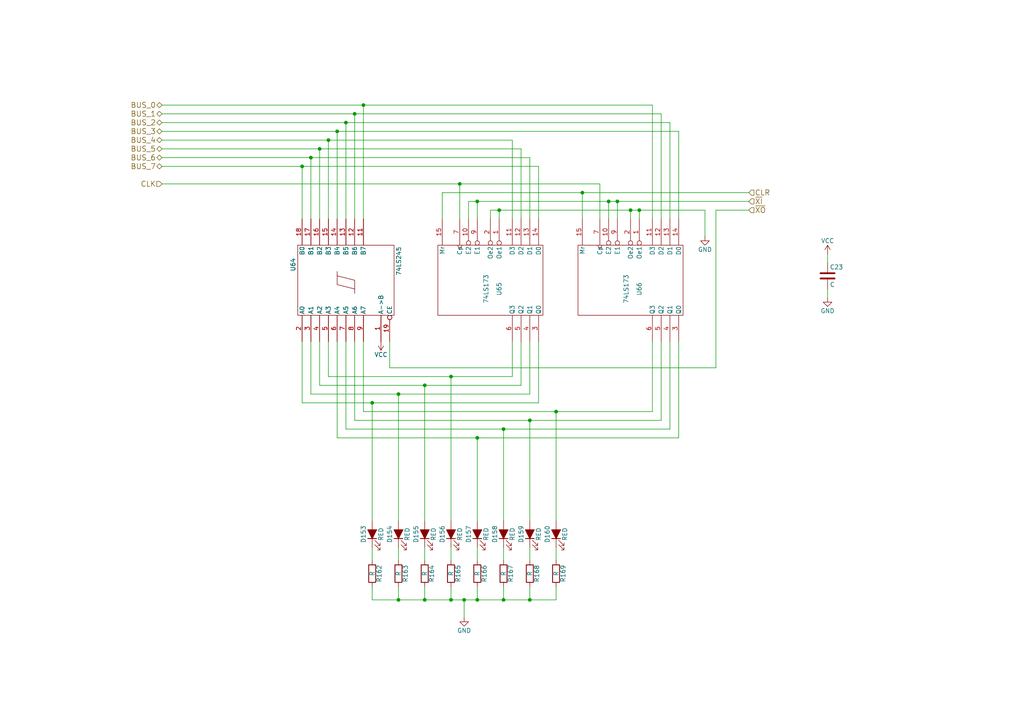
<source format=kicad_sch>
(kicad_sch (version 20211123) (generator eeschema)
  (paper "A4")
  (lib_symbols
    (symbol "8bit-computer-rescue:74LS173-8bit-computer-rescue" (pin_names (offset 0.254))
      (property "Reference" "U" (at 2.54 2.54 0))
      (property "Value" "74LS173-8bit-computer-rescue" (at 2.54 -1.27 0))
      (symbol "74LS173-8bit-computer-rescue_0_0"
        (pin power_in line (at -7.62 15.24 90) (length 0) hide (name "VCC") (number "16"))
        (pin power_in line (at -7.62 -15.24 90) (length 0) hide (name "GND") (number "8"))
      )
      (symbol "74LS173-8bit-computer-rescue_0_1"
        (rectangle (start -10.16 15.24) (end 10.16 -15.24))
      )
      (symbol "74LS173-8bit-computer-rescue_1_1"
        (pin input inverted (at -17.78 2.54 0) (length 7.62) (name "Oe1") (number "1"))
        (pin input inverted (at -17.78 -6.35 0) (length 7.62) (name "E2") (number "10"))
        (pin input line (at -17.78 6.35 0) (length 7.62) (name "D3") (number "11"))
        (pin input line (at -17.78 8.89 0) (length 7.62) (name "D2") (number "12"))
        (pin input line (at -17.78 11.43 0) (length 7.62) (name "D1") (number "13"))
        (pin input line (at -17.78 13.97 0) (length 7.62) (name "D0") (number "14"))
        (pin input line (at -17.78 -13.97 0) (length 7.62) (name "Mr") (number "15"))
        (pin input inverted (at -17.78 0 0) (length 7.62) (name "Oe2") (number "2"))
        (pin tri_state line (at 17.78 13.97 180) (length 7.62) (name "Q0") (number "3"))
        (pin tri_state line (at 17.78 11.43 180) (length 7.62) (name "Q1") (number "4"))
        (pin tri_state line (at 17.78 8.89 180) (length 7.62) (name "Q2") (number "5"))
        (pin tri_state line (at 17.78 6.35 180) (length 7.62) (name "Q3") (number "6"))
        (pin input clock (at -17.78 -8.89 0) (length 7.62) (name "Cp") (number "7"))
        (pin input inverted (at -17.78 -3.81 0) (length 7.62) (name "E1") (number "9"))
      )
    )
    (symbol "8bit-computer-rescue:74LS245-8bit-computer-rescue" (pin_names (offset 0.254))
      (property "Reference" "U" (at 2.54 14.605 0))
      (property "Value" "74LS245-8bit-computer-rescue" (at 1.27 -14.605 0))
      (symbol "74LS245-8bit-computer-rescue_0_0"
        (pin power_in line (at 0 -13.97 90) (length 0) hide (name "GND") (number "10"))
        (pin power_in line (at 0 13.97 270) (length 0) hide (name "VCC") (number "20"))
      )
      (symbol "74LS245-8bit-computer-rescue_0_1"
        (rectangle (start -10.16 13.97) (end 10.16 -13.97))
        (polyline (pts (xy 1.27 2.54) (xy 0 -2.54) (xy -2.54 -2.54)))
        (polyline (pts (xy 2.54 2.54) (xy -1.27 2.54) (xy -2.54 -2.54) (xy -3.81 -2.54)))
      )
      (symbol "74LS245-8bit-computer-rescue_1_1"
        (pin input line (at -17.78 -10.16 0) (length 7.62) (name "A->B") (number "1"))
        (pin tri_state line (at 17.78 -5.08 180) (length 7.62) (name "B7") (number "11"))
        (pin tri_state line (at 17.78 -2.54 180) (length 7.62) (name "B6") (number "12"))
        (pin tri_state line (at 17.78 0 180) (length 7.62) (name "B5") (number "13"))
        (pin tri_state line (at 17.78 2.54 180) (length 7.62) (name "B4") (number "14"))
        (pin tri_state line (at 17.78 5.08 180) (length 7.62) (name "B3") (number "15"))
        (pin tri_state line (at 17.78 7.62 180) (length 7.62) (name "B2") (number "16"))
        (pin tri_state line (at 17.78 10.16 180) (length 7.62) (name "B1") (number "17"))
        (pin tri_state line (at 17.78 12.7 180) (length 7.62) (name "B0") (number "18"))
        (pin input inverted (at -17.78 -12.7 0) (length 7.62) (name "CE") (number "19"))
        (pin tri_state line (at -17.78 12.7 0) (length 7.62) (name "A0") (number "2"))
        (pin tri_state line (at -17.78 10.16 0) (length 7.62) (name "A1") (number "3"))
        (pin tri_state line (at -17.78 7.62 0) (length 7.62) (name "A2") (number "4"))
        (pin tri_state line (at -17.78 5.08 0) (length 7.62) (name "A3") (number "5"))
        (pin tri_state line (at -17.78 2.54 0) (length 7.62) (name "A4") (number "6"))
        (pin tri_state line (at -17.78 0 0) (length 7.62) (name "A5") (number "7"))
        (pin tri_state line (at -17.78 -2.54 0) (length 7.62) (name "A6") (number "8"))
        (pin tri_state line (at -17.78 -5.08 0) (length 7.62) (name "A7") (number "9"))
      )
    )
    (symbol "8bit-computer-rescue:LED_ALT-Device" (pin_numbers hide) (pin_names (offset 1.016) hide)
      (property "Reference" "D" (at 0 2.54 0))
      (property "Value" "LED_ALT-Device" (at 0 -2.54 0))
      (symbol "LED_ALT-Device_0_1"
        (polyline (pts (xy -1.27 -1.27) (xy -1.27 1.27)) (stroke (width 0.254)))
        (polyline (pts (xy -1.27 0) (xy 1.27 0)))
        (polyline (pts (xy 1.27 -1.27) (xy 1.27 1.27) (xy -1.27 0) (xy 1.27 -1.27)) (stroke (width 0.254)) (fill (type outline)))
        (polyline (pts (xy -3.048 -0.762) (xy -4.572 -2.286) (xy -3.81 -2.286) (xy -4.572 -2.286) (xy -4.572 -1.524)))
        (polyline (pts (xy -1.778 -0.762) (xy -3.302 -2.286) (xy -2.54 -2.286) (xy -3.302 -2.286) (xy -3.302 -1.524)))
      )
      (symbol "LED_ALT-Device_1_1"
        (pin passive line (at -3.81 0 0) (length 2.54) (name "K") (number "1"))
        (pin passive line (at 3.81 0 180) (length 2.54) (name "A") (number "2"))
      )
    )
    (symbol "Device:C" (pin_numbers hide) (pin_names (offset 0.254))
      (property "Reference" "C" (at 0.635 2.54 0))
      (property "Value" "C" (at 0.635 -2.54 0))
      (symbol "C_0_1"
        (polyline (pts (xy -2.032 -0.762) (xy 2.032 -0.762)) (stroke (width 0.508)))
        (polyline (pts (xy -2.032 0.762) (xy 2.032 0.762)) (stroke (width 0.508)))
      )
      (symbol "C_1_1"
        (pin passive line (at 0 3.81 270) (length 2.794) (name "~") (number "1"))
        (pin passive line (at 0 -3.81 90) (length 2.794) (name "~") (number "2"))
      )
    )
    (symbol "Device:R" (pin_numbers hide) (pin_names (offset 0))
      (property "Reference" "R" (at 2.032 0 90))
      (property "Value" "R" (at 0 0 90))
      (symbol "R_0_1"
        (rectangle (start -1.016 -2.54) (end 1.016 2.54) (stroke (width 0.254)))
      )
      (symbol "R_1_1"
        (pin passive line (at 0 3.81 270) (length 1.27) (name "~") (number "1"))
        (pin passive line (at 0 -3.81 90) (length 1.27) (name "~") (number "2"))
      )
    )
    (symbol "power:GND" (power) (pin_names (offset 0))
      (property "Value" "GND" (at 0 -3.81 0))
      (symbol "GND_0_1"
        (polyline (pts (xy 0 0) (xy 0 -1.27) (xy 1.27 -1.27) (xy 0 -2.54) (xy -1.27 -1.27) (xy 0 -1.27)))
      )
      (symbol "GND_1_1"
        (pin power_in line (at 0 0 270) (length 0) hide (name "GND") (number "1"))
      )
    )
    (symbol "power:VCC" (power) (pin_names (offset 0))
      (property "Value" "VCC" (at 0 3.81 0))
      (symbol "VCC_0_1"
        (polyline (pts (xy -0.762 1.27) (xy 0 2.54)))
        (polyline (pts (xy 0 0) (xy 0 2.54)))
        (polyline (pts (xy 0 2.54) (xy 0.762 1.27)))
      )
      (symbol "VCC_1_1"
        (pin power_in line (at 0 0 90) (length 0) hide (name "VCC") (number "1"))
      )
    )
  )
  (junction (at 87.63 48.26))
  (junction (at 153.67 173.99))
  (junction (at 92.71 43.18))
  (junction (at 100.33 35.56))
  (junction (at 107.95 116.84))
  (junction (at 161.29 119.38))
  (junction (at 153.67 121.92))
  (junction (at 115.57 173.99))
  (junction (at 185.42 60.96))
  (junction (at 123.19 173.99))
  (junction (at 133.35 53.34))
  (junction (at 144.78 60.96))
  (junction (at 115.57 114.3))
  (junction (at 176.53 58.42))
  (junction (at 105.41 30.48))
  (junction (at 95.25 40.64))
  (junction (at 90.17 45.72))
  (junction (at 168.91 55.88))
  (junction (at 182.88 60.96))
  (junction (at 130.81 173.99))
  (junction (at 102.87 33.02))
  (junction (at 138.43 127))
  (junction (at 138.43 58.42))
  (junction (at 146.05 124.46))
  (junction (at 123.19 111.76))
  (junction (at 130.81 109.22))
  (junction (at 179.07 58.42))
  (junction (at 97.79 38.1))
  (junction (at 134.62 173.99))
  (junction (at 146.05 173.99))
  (junction (at 138.43 173.99))
  (wire (pts (xy 144.78 60.96) (xy 182.88 60.96)))
  (wire (pts (xy 179.07 58.42) (xy 217.17 58.42)))
  (wire (pts (xy 173.99 53.34) (xy 173.99 63.5)))
  (wire (pts (xy 46.99 45.72) (xy 90.17 45.72)))
  (wire (pts (xy 102.87 33.02) (xy 191.77 33.02)))
  (wire (pts (xy 146.05 124.46) (xy 146.05 151.13)))
  (wire (pts (xy 240.03 83.82) (xy 240.03 86.36)))
  (wire (pts (xy 161.29 119.38) (xy 189.23 119.38)))
  (wire (pts (xy 130.81 158.75) (xy 130.81 162.56)))
  (wire (pts (xy 153.67 45.72) (xy 153.67 63.5)))
  (wire (pts (xy 105.41 30.48) (xy 105.41 63.5)))
  (wire (pts (xy 179.07 58.42) (xy 179.07 63.5)))
  (wire (pts (xy 168.91 55.88) (xy 168.91 63.5)))
  (wire (pts (xy 146.05 124.46) (xy 194.31 124.46)))
  (wire (pts (xy 168.91 55.88) (xy 217.17 55.88)))
  (wire (pts (xy 123.19 158.75) (xy 123.19 162.56)))
  (wire (pts (xy 156.21 116.84) (xy 156.21 99.06)))
  (wire (pts (xy 97.79 38.1) (xy 196.85 38.1)))
  (wire (pts (xy 134.62 173.99) (xy 138.43 173.99)))
  (wire (pts (xy 115.57 114.3) (xy 153.67 114.3)))
  (wire (pts (xy 153.67 121.92) (xy 191.77 121.92)))
  (wire (pts (xy 97.79 127) (xy 138.43 127)))
  (wire (pts (xy 115.57 170.18) (xy 115.57 173.99)))
  (wire (pts (xy 128.27 55.88) (xy 168.91 55.88)))
  (wire (pts (xy 133.35 53.34) (xy 133.35 63.5)))
  (wire (pts (xy 130.81 109.22) (xy 130.81 151.13)))
  (wire (pts (xy 138.43 158.75) (xy 138.43 162.56)))
  (wire (pts (xy 176.53 58.42) (xy 176.53 63.5)))
  (wire (pts (xy 135.89 63.5) (xy 135.89 58.42)))
  (wire (pts (xy 92.71 43.18) (xy 92.71 63.5)))
  (wire (pts (xy 100.33 35.56) (xy 194.31 35.56)))
  (wire (pts (xy 128.27 63.5) (xy 128.27 55.88)))
  (wire (pts (xy 144.78 60.96) (xy 144.78 63.5)))
  (wire (pts (xy 46.99 33.02) (xy 102.87 33.02)))
  (wire (pts (xy 46.99 53.34) (xy 133.35 53.34)))
  (wire (pts (xy 217.17 60.96) (xy 207.645 60.96)))
  (wire (pts (xy 107.95 158.75) (xy 107.95 162.56)))
  (wire (pts (xy 130.81 109.22) (xy 148.59 109.22)))
  (wire (pts (xy 46.99 30.48) (xy 105.41 30.48)))
  (wire (pts (xy 138.43 173.99) (xy 146.05 173.99)))
  (wire (pts (xy 46.99 38.1) (xy 97.79 38.1)))
  (wire (pts (xy 151.13 43.18) (xy 151.13 63.5)))
  (wire (pts (xy 90.17 45.72) (xy 90.17 63.5)))
  (wire (pts (xy 46.99 40.64) (xy 95.25 40.64)))
  (wire (pts (xy 115.57 158.75) (xy 115.57 162.56)))
  (wire (pts (xy 87.63 99.06) (xy 87.63 116.84)))
  (wire (pts (xy 95.25 99.06) (xy 95.25 109.22)))
  (wire (pts (xy 151.13 111.76) (xy 151.13 99.06)))
  (wire (pts (xy 95.25 109.22) (xy 130.81 109.22)))
  (wire (pts (xy 189.23 30.48) (xy 189.23 63.5)))
  (wire (pts (xy 153.67 173.99) (xy 161.29 173.99)))
  (wire (pts (xy 182.88 60.96) (xy 185.42 60.96)))
  (wire (pts (xy 107.95 173.99) (xy 115.57 173.99)))
  (wire (pts (xy 182.88 60.96) (xy 182.88 63.5)))
  (wire (pts (xy 176.53 58.42) (xy 179.07 58.42)))
  (wire (pts (xy 113.03 99.06) (xy 113.03 106.68)))
  (wire (pts (xy 90.17 99.06) (xy 90.17 114.3)))
  (wire (pts (xy 191.77 121.92) (xy 191.77 99.06)))
  (wire (pts (xy 161.29 173.99) (xy 161.29 170.18)))
  (wire (pts (xy 153.67 158.75) (xy 153.67 162.56)))
  (wire (pts (xy 146.05 170.18) (xy 146.05 173.99)))
  (wire (pts (xy 153.67 121.92) (xy 153.67 151.13)))
  (wire (pts (xy 146.05 158.75) (xy 146.05 162.56)))
  (wire (pts (xy 138.43 170.18) (xy 138.43 173.99)))
  (wire (pts (xy 240.03 73.66) (xy 240.03 76.2)))
  (wire (pts (xy 191.77 33.02) (xy 191.77 63.5)))
  (wire (pts (xy 92.71 111.76) (xy 123.19 111.76)))
  (wire (pts (xy 92.71 99.06) (xy 92.71 111.76)))
  (wire (pts (xy 153.67 114.3) (xy 153.67 99.06)))
  (wire (pts (xy 87.63 48.26) (xy 87.63 63.5)))
  (wire (pts (xy 102.87 99.06) (xy 102.87 121.92)))
  (wire (pts (xy 161.29 158.75) (xy 161.29 162.56)))
  (wire (pts (xy 130.81 170.18) (xy 130.81 173.99)))
  (wire (pts (xy 148.59 109.22) (xy 148.59 99.06)))
  (wire (pts (xy 135.89 58.42) (xy 138.43 58.42)))
  (wire (pts (xy 123.19 170.18) (xy 123.19 173.99)))
  (wire (pts (xy 194.31 35.56) (xy 194.31 63.5)))
  (wire (pts (xy 100.33 35.56) (xy 100.33 63.5)))
  (wire (pts (xy 185.42 60.96) (xy 204.47 60.96)))
  (wire (pts (xy 107.95 116.84) (xy 107.95 151.13)))
  (wire (pts (xy 153.67 170.18) (xy 153.67 173.99)))
  (wire (pts (xy 142.24 60.96) (xy 144.78 60.96)))
  (wire (pts (xy 113.03 106.68) (xy 207.645 106.68)))
  (wire (pts (xy 196.85 38.1) (xy 196.85 63.5)))
  (wire (pts (xy 105.41 119.38) (xy 161.29 119.38)))
  (wire (pts (xy 107.95 116.84) (xy 156.21 116.84)))
  (wire (pts (xy 156.21 48.26) (xy 156.21 63.5)))
  (wire (pts (xy 146.05 173.99) (xy 153.67 173.99)))
  (wire (pts (xy 138.43 58.42) (xy 176.53 58.42)))
  (wire (pts (xy 123.19 111.76) (xy 151.13 111.76)))
  (wire (pts (xy 105.41 99.06) (xy 105.41 119.38)))
  (wire (pts (xy 196.85 127) (xy 196.85 99.06)))
  (wire (pts (xy 46.99 48.26) (xy 87.63 48.26)))
  (wire (pts (xy 207.645 60.96) (xy 207.645 106.68)))
  (wire (pts (xy 194.31 124.46) (xy 194.31 99.06)))
  (wire (pts (xy 87.63 116.84) (xy 107.95 116.84)))
  (wire (pts (xy 95.25 40.64) (xy 148.59 40.64)))
  (wire (pts (xy 185.42 60.96) (xy 185.42 63.5)))
  (wire (pts (xy 138.43 127) (xy 138.43 151.13)))
  (wire (pts (xy 115.57 173.99) (xy 123.19 173.99)))
  (wire (pts (xy 105.41 30.48) (xy 189.23 30.48)))
  (wire (pts (xy 95.25 63.5) (xy 95.25 40.64)))
  (wire (pts (xy 90.17 45.72) (xy 153.67 45.72)))
  (wire (pts (xy 123.19 111.76) (xy 123.19 151.13)))
  (wire (pts (xy 133.35 53.34) (xy 173.99 53.34)))
  (wire (pts (xy 107.95 170.18) (xy 107.95 173.99)))
  (wire (pts (xy 46.99 43.18) (xy 92.71 43.18)))
  (wire (pts (xy 134.62 179.07) (xy 134.62 173.99)))
  (wire (pts (xy 97.79 99.06) (xy 97.79 127)))
  (wire (pts (xy 100.33 99.06) (xy 100.33 124.46)))
  (wire (pts (xy 87.63 48.26) (xy 156.21 48.26)))
  (wire (pts (xy 142.24 63.5) (xy 142.24 60.96)))
  (wire (pts (xy 138.43 58.42) (xy 138.43 63.5)))
  (wire (pts (xy 161.29 119.38) (xy 161.29 151.13)))
  (wire (pts (xy 102.87 33.02) (xy 102.87 63.5)))
  (wire (pts (xy 92.71 43.18) (xy 151.13 43.18)))
  (wire (pts (xy 123.19 173.99) (xy 130.81 173.99)))
  (wire (pts (xy 100.33 124.46) (xy 146.05 124.46)))
  (wire (pts (xy 115.57 114.3) (xy 115.57 151.13)))
  (wire (pts (xy 138.43 127) (xy 196.85 127)))
  (wire (pts (xy 90.17 114.3) (xy 115.57 114.3)))
  (wire (pts (xy 189.23 119.38) (xy 189.23 99.06)))
  (wire (pts (xy 46.99 35.56) (xy 100.33 35.56)))
  (wire (pts (xy 97.79 38.1) (xy 97.79 63.5)))
  (wire (pts (xy 102.87 121.92) (xy 153.67 121.92)))
  (wire (pts (xy 130.81 173.99) (xy 134.62 173.99)))
  (wire (pts (xy 148.59 40.64) (xy 148.59 63.5)))
  (wire (pts (xy 204.47 60.96) (xy 204.47 68.58)))
  (hierarchical_label "BUS_3" (shape bidirectional) (at 46.99 38.1 180) (effects (font (size 1.524 1.524))))
  (hierarchical_label "BUS_7" (shape bidirectional) (at 46.99 48.26 180) (effects (font (size 1.524 1.524))))
  (hierarchical_label "~{XI}" (shape input) (at 217.17 58.42 0) (effects (font (size 1.524 1.524))))
  (hierarchical_label "~{XO}" (shape input) (at 217.17 60.96 0) (effects (font (size 1.524 1.524))))
  (hierarchical_label "BUS_5" (shape bidirectional) (at 46.99 43.18 180) (effects (font (size 1.524 1.524))))
  (hierarchical_label "BUS_4" (shape bidirectional) (at 46.99 40.64 180) (effects (font (size 1.524 1.524))))
  (hierarchical_label "BUS_1" (shape bidirectional) (at 46.99 33.02 180) (effects (font (size 1.524 1.524))))
  (hierarchical_label "BUS_0" (shape bidirectional) (at 46.99 30.48 180) (effects (font (size 1.524 1.524))))
  (hierarchical_label "BUS_2" (shape bidirectional) (at 46.99 35.56 180) (effects (font (size 1.524 1.524))))
  (hierarchical_label "BUS_6" (shape bidirectional) (at 46.99 45.72 180) (effects (font (size 1.524 1.524))))
  (hierarchical_label "CLK" (shape input) (at 46.99 53.34 180) (effects (font (size 1.524 1.524))))
  (hierarchical_label "CLR" (shape input) (at 217.17 55.88 0) (effects (font (size 1.524 1.524))))
  (symbol (lib_id "8bit-computer-rescue:LED_ALT-Device") (at 161.29 154.94 90) (unit 1)
    (property "Reference" "D160" (at 158.75 154.94 0))
    (property "Value" "RED" (at 163.83 154.94 0))
    (property "Footprint" "LED_THT:LED_D5.0mm" (effects hide))
  )
  (symbol (lib_id "Device:R") (at 107.95 166.37 0) (unit 1)
    (property "Reference" "R162" (at 109.982 166.37 90))
    (property "Value" "R" (at 107.95 166.37 90))
    (property "Footprint" "Resistor_THT:R_Axial_DIN0207_L6.3mm_D2.5mm_P7.62mm_Horizontal" (effects hide))
  )
  (symbol (lib_id "power:VCC") (at 110.49 99.06 180) (unit 1)
    (property "Reference" "#PWR0127" (effects hide))
    (property "Value" "VCC" (at 110.49 102.87 0))
  )
  (symbol (lib_id "Device:C") (at 240.03 80.01 0) (unit 1)
    (property "Reference" "C23" (at 240.665 77.47 0) (effects (justify left)))
    (property "Value" "C" (at 240.665 82.55 0) (effects (justify left)))
    (property "Footprint" "Capacitor_THT:C_Disc_D4.3mm_W1.9mm_P5.00mm" (effects hide))
  )
  (symbol (lib_id "Device:R") (at 146.05 166.37 0) (unit 1)
    (property "Reference" "R167" (at 148.082 166.37 90))
    (property "Value" "R" (at 146.05 166.37 90))
    (property "Footprint" "Resistor_THT:R_Axial_DIN0207_L6.3mm_D2.5mm_P7.62mm_Horizontal" (effects hide))
  )
  (symbol (lib_id "8bit-computer-rescue:74LS245-8bit-computer-rescue") (at 100.33 81.28 90) (unit 1)
    (property "Reference" "U64" (at 85.725 78.74 0) (effects (justify left bottom)))
    (property "Value" "74LS245" (at 114.935 80.01 0) (effects (justify left top)))
    (property "Footprint" "Package_DIP:DIP-20_W7.62mm" (effects hide))
  )
  (symbol (lib_id "power:VCC") (at 240.03 73.66 0) (unit 1)
    (property "Reference" "#PWR0130" (effects hide))
    (property "Value" "VCC" (at 240.03 69.85 0))
  )
  (symbol (lib_id "power:GND") (at 240.03 86.36 0) (unit 1)
    (property "Reference" "#PWR0131" (effects hide))
    (property "Value" "GND" (at 240.03 90.17 0))
  )
  (symbol (lib_id "Device:R") (at 115.57 166.37 0) (unit 1)
    (property "Reference" "R163" (at 117.602 166.37 90))
    (property "Value" "R" (at 115.57 166.37 90))
    (property "Footprint" "Resistor_THT:R_Axial_DIN0207_L6.3mm_D2.5mm_P7.62mm_Horizontal" (effects hide))
  )
  (symbol (lib_id "power:GND") (at 204.47 68.58 0) (unit 1)
    (property "Reference" "#PWR0129" (effects hide))
    (property "Value" "GND" (at 204.47 72.39 0))
  )
  (symbol (lib_id "8bit-computer-rescue:74LS173-8bit-computer-rescue") (at 182.88 81.28 270) (unit 1)
    (property "Reference" "U66" (at 185.42 83.82 0))
    (property "Value" "74LS173" (at 181.61 83.82 0))
    (property "Footprint" "Package_DIP:DIP-16_W7.62mm" (effects hide))
  )
  (symbol (lib_id "8bit-computer-rescue:LED_ALT-Device") (at 146.05 154.94 90) (unit 1)
    (property "Reference" "D158" (at 143.51 154.94 0))
    (property "Value" "RED" (at 148.59 154.94 0))
    (property "Footprint" "LED_THT:LED_D5.0mm" (effects hide))
  )
  (symbol (lib_id "8bit-computer-rescue:LED_ALT-Device") (at 115.57 154.94 90) (unit 1)
    (property "Reference" "D154" (at 113.03 154.94 0))
    (property "Value" "RED" (at 118.11 154.94 0))
    (property "Footprint" "LED_THT:LED_D5.0mm" (effects hide))
  )
  (symbol (lib_id "Device:R") (at 161.29 166.37 0) (unit 1)
    (property "Reference" "R169" (at 163.322 166.37 90))
    (property "Value" "R" (at 161.29 166.37 90))
    (property "Footprint" "Resistor_THT:R_Axial_DIN0207_L6.3mm_D2.5mm_P7.62mm_Horizontal" (effects hide))
  )
  (symbol (lib_id "Device:R") (at 138.43 166.37 0) (unit 1)
    (property "Reference" "R166" (at 140.462 166.37 90))
    (property "Value" "R" (at 138.43 166.37 90))
    (property "Footprint" "Resistor_THT:R_Axial_DIN0207_L6.3mm_D2.5mm_P7.62mm_Horizontal" (effects hide))
  )
  (symbol (lib_id "8bit-computer-rescue:LED_ALT-Device") (at 130.81 154.94 90) (unit 1)
    (property "Reference" "D156" (at 128.27 154.94 0))
    (property "Value" "RED" (at 133.35 154.94 0))
    (property "Footprint" "LED_THT:LED_D5.0mm" (effects hide))
  )
  (symbol (lib_id "8bit-computer-rescue:LED_ALT-Device") (at 123.19 154.94 90) (unit 1)
    (property "Reference" "D155" (at 120.65 154.94 0))
    (property "Value" "RED" (at 125.73 154.94 0))
    (property "Footprint" "LED_THT:LED_D5.0mm" (effects hide))
  )
  (symbol (lib_id "8bit-computer-rescue:LED_ALT-Device") (at 107.95 154.94 90) (unit 1)
    (property "Reference" "D153" (at 105.41 154.94 0))
    (property "Value" "RED" (at 110.49 154.94 0))
    (property "Footprint" "LED_THT:LED_D5.0mm" (effects hide))
  )
  (symbol (lib_id "power:GND") (at 134.62 179.07 0) (unit 1)
    (property "Reference" "#PWR0128" (effects hide))
    (property "Value" "GND" (at 134.62 182.88 0))
  )
  (symbol (lib_id "Device:R") (at 153.67 166.37 0) (unit 1)
    (property "Reference" "R168" (at 155.702 166.37 90))
    (property "Value" "R" (at 153.67 166.37 90))
    (property "Footprint" "Resistor_THT:R_Axial_DIN0207_L6.3mm_D2.5mm_P7.62mm_Horizontal" (effects hide))
  )
  (symbol (lib_id "8bit-computer-rescue:74LS173-8bit-computer-rescue") (at 142.24 81.28 270) (unit 1)
    (property "Reference" "U65" (at 144.78 83.82 0))
    (property "Value" "74LS173" (at 140.97 83.82 0))
    (property "Footprint" "Package_DIP:DIP-16_W7.62mm" (effects hide))
  )
  (symbol (lib_id "8bit-computer-rescue:LED_ALT-Device") (at 153.67 154.94 90) (unit 1)
    (property "Reference" "D159" (at 151.13 154.94 0))
    (property "Value" "RED" (at 156.21 154.94 0))
    (property "Footprint" "LED_THT:LED_D5.0mm" (effects hide))
  )
  (symbol (lib_id "Device:R") (at 130.81 166.37 0) (unit 1)
    (property "Reference" "R165" (at 132.842 166.37 90))
    (property "Value" "R" (at 130.81 166.37 90))
    (property "Footprint" "Resistor_THT:R_Axial_DIN0207_L6.3mm_D2.5mm_P7.62mm_Horizontal" (effects hide))
  )
  (symbol (lib_id "8bit-computer-rescue:LED_ALT-Device") (at 138.43 154.94 90) (unit 1)
    (property "Reference" "D157" (at 135.89 154.94 0))
    (property "Value" "RED" (at 140.97 154.94 0))
    (property "Footprint" "LED_THT:LED_D5.0mm" (effects hide))
  )
  (symbol (lib_id "Device:R") (at 123.19 166.37 0) (unit 1)
    (property "Reference" "R164" (at 125.222 166.37 90))
    (property "Value" "R" (at 123.19 166.37 90))
    (property "Footprint" "Resistor_THT:R_Axial_DIN0207_L6.3mm_D2.5mm_P7.62mm_Horizontal" (effects hide))
  )
)
</source>
